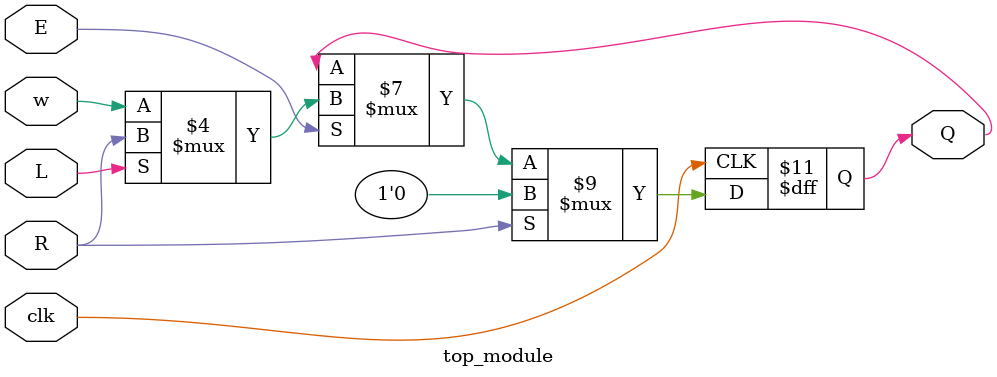
<source format=sv>
module top_module (
    input clk,
    input w,
    input R,
    input E,
    input L,
    output reg Q
);

always @(posedge clk) begin
    if (!E) begin
        // Hold current state
        Q <= Q;
    end
    else if (L) begin
        // Update with R
        Q <= R;
    end
    else begin
        // Update with w
        Q <= w;
    end

    // Reset on R
    if (R) begin
        Q <= 1'b0;
    end
end

endmodule

</source>
